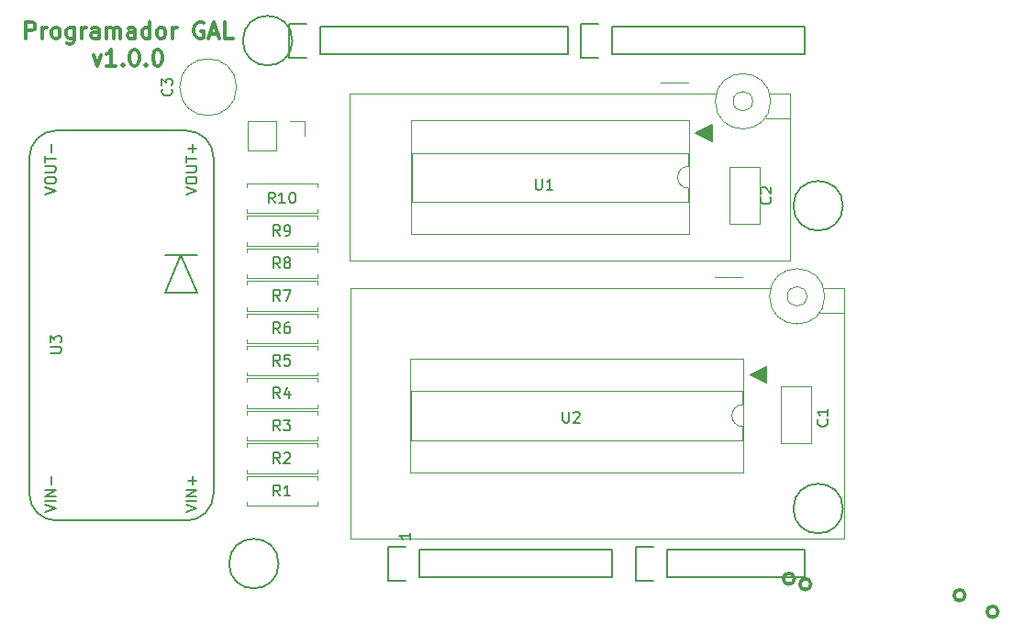
<source format=gbr>
%TF.GenerationSoftware,KiCad,Pcbnew,(5.1.10)-1*%
%TF.CreationDate,2021-11-16T12:00:15-06:00*%
%TF.ProjectId,GAL_Programmer,47414c5f-5072-46f6-9772-616d6d65722e,rev?*%
%TF.SameCoordinates,Original*%
%TF.FileFunction,Legend,Top*%
%TF.FilePolarity,Positive*%
%FSLAX45Y45*%
G04 Gerber Fmt 4.5, Leading zero omitted, Abs format (unit mm)*
G04 Created by KiCad (PCBNEW (5.1.10)-1) date 2021-11-16 12:00:15*
%MOMM*%
%LPD*%
G01*
G04 APERTURE LIST*
%ADD10C,0.100000*%
%ADD11C,0.150000*%
%ADD12C,0.300000*%
%ADD13C,0.120000*%
G04 APERTURE END LIST*
D10*
G36*
X17224800Y-10711500D02*
G01*
X17074800Y-10636500D01*
X17224800Y-10561500D01*
X17224800Y-10711500D01*
G37*
X17224800Y-10711500D02*
X17074800Y-10636500D01*
X17224800Y-10561500D01*
X17224800Y-10711500D01*
G36*
X16724800Y-8486500D02*
G01*
X16574800Y-8411500D01*
X16724800Y-8336500D01*
X16724800Y-8486500D01*
G37*
X16724800Y-8486500D02*
X16574800Y-8411500D01*
X16724800Y-8336500D01*
X16724800Y-8486500D01*
D11*
X16574800Y-8411500D02*
X16724800Y-8336500D01*
X16724800Y-8486500D02*
X16574800Y-8411500D01*
X16724800Y-8336500D02*
X16724800Y-8486500D01*
D12*
X19059200Y-12674900D02*
G75*
G03*
X19059200Y-12674900I-50800J0D01*
G01*
X19364000Y-12827300D02*
G75*
G03*
X19364000Y-12827300I-50800J0D01*
G01*
X17636800Y-12573300D02*
G75*
G03*
X17636800Y-12573300I-50800J0D01*
G01*
X17484400Y-12522500D02*
G75*
G03*
X17484400Y-12522500I-50800J0D01*
G01*
X10394743Y-7535257D02*
X10394743Y-7385257D01*
X10451886Y-7385257D01*
X10466171Y-7392400D01*
X10473314Y-7399543D01*
X10480457Y-7413828D01*
X10480457Y-7435257D01*
X10473314Y-7449543D01*
X10466171Y-7456686D01*
X10451886Y-7463828D01*
X10394743Y-7463828D01*
X10544743Y-7535257D02*
X10544743Y-7435257D01*
X10544743Y-7463828D02*
X10551886Y-7449543D01*
X10559029Y-7442400D01*
X10573314Y-7435257D01*
X10587600Y-7435257D01*
X10659029Y-7535257D02*
X10644743Y-7528114D01*
X10637600Y-7520971D01*
X10630457Y-7506686D01*
X10630457Y-7463828D01*
X10637600Y-7449543D01*
X10644743Y-7442400D01*
X10659029Y-7435257D01*
X10680457Y-7435257D01*
X10694743Y-7442400D01*
X10701886Y-7449543D01*
X10709029Y-7463828D01*
X10709029Y-7506686D01*
X10701886Y-7520971D01*
X10694743Y-7528114D01*
X10680457Y-7535257D01*
X10659029Y-7535257D01*
X10837600Y-7435257D02*
X10837600Y-7556686D01*
X10830457Y-7570971D01*
X10823314Y-7578114D01*
X10809029Y-7585257D01*
X10787600Y-7585257D01*
X10773314Y-7578114D01*
X10837600Y-7528114D02*
X10823314Y-7535257D01*
X10794743Y-7535257D01*
X10780457Y-7528114D01*
X10773314Y-7520971D01*
X10766171Y-7506686D01*
X10766171Y-7463828D01*
X10773314Y-7449543D01*
X10780457Y-7442400D01*
X10794743Y-7435257D01*
X10823314Y-7435257D01*
X10837600Y-7442400D01*
X10909029Y-7535257D02*
X10909029Y-7435257D01*
X10909029Y-7463828D02*
X10916171Y-7449543D01*
X10923314Y-7442400D01*
X10937600Y-7435257D01*
X10951886Y-7435257D01*
X11066171Y-7535257D02*
X11066171Y-7456686D01*
X11059029Y-7442400D01*
X11044743Y-7435257D01*
X11016171Y-7435257D01*
X11001886Y-7442400D01*
X11066171Y-7528114D02*
X11051886Y-7535257D01*
X11016171Y-7535257D01*
X11001886Y-7528114D01*
X10994743Y-7513828D01*
X10994743Y-7499543D01*
X11001886Y-7485257D01*
X11016171Y-7478114D01*
X11051886Y-7478114D01*
X11066171Y-7470971D01*
X11137600Y-7535257D02*
X11137600Y-7435257D01*
X11137600Y-7449543D02*
X11144743Y-7442400D01*
X11159029Y-7435257D01*
X11180457Y-7435257D01*
X11194743Y-7442400D01*
X11201886Y-7456686D01*
X11201886Y-7535257D01*
X11201886Y-7456686D02*
X11209028Y-7442400D01*
X11223314Y-7435257D01*
X11244743Y-7435257D01*
X11259028Y-7442400D01*
X11266171Y-7456686D01*
X11266171Y-7535257D01*
X11401886Y-7535257D02*
X11401886Y-7456686D01*
X11394743Y-7442400D01*
X11380457Y-7435257D01*
X11351886Y-7435257D01*
X11337600Y-7442400D01*
X11401886Y-7528114D02*
X11387600Y-7535257D01*
X11351886Y-7535257D01*
X11337600Y-7528114D01*
X11330457Y-7513828D01*
X11330457Y-7499543D01*
X11337600Y-7485257D01*
X11351886Y-7478114D01*
X11387600Y-7478114D01*
X11401886Y-7470971D01*
X11537600Y-7535257D02*
X11537600Y-7385257D01*
X11537600Y-7528114D02*
X11523314Y-7535257D01*
X11494743Y-7535257D01*
X11480457Y-7528114D01*
X11473314Y-7520971D01*
X11466171Y-7506686D01*
X11466171Y-7463828D01*
X11473314Y-7449543D01*
X11480457Y-7442400D01*
X11494743Y-7435257D01*
X11523314Y-7435257D01*
X11537600Y-7442400D01*
X11630457Y-7535257D02*
X11616171Y-7528114D01*
X11609028Y-7520971D01*
X11601886Y-7506686D01*
X11601886Y-7463828D01*
X11609028Y-7449543D01*
X11616171Y-7442400D01*
X11630457Y-7435257D01*
X11651886Y-7435257D01*
X11666171Y-7442400D01*
X11673314Y-7449543D01*
X11680457Y-7463828D01*
X11680457Y-7506686D01*
X11673314Y-7520971D01*
X11666171Y-7528114D01*
X11651886Y-7535257D01*
X11630457Y-7535257D01*
X11744743Y-7535257D02*
X11744743Y-7435257D01*
X11744743Y-7463828D02*
X11751886Y-7449543D01*
X11759028Y-7442400D01*
X11773314Y-7435257D01*
X11787600Y-7435257D01*
X12030457Y-7392400D02*
X12016171Y-7385257D01*
X11994743Y-7385257D01*
X11973314Y-7392400D01*
X11959028Y-7406686D01*
X11951886Y-7420971D01*
X11944743Y-7449543D01*
X11944743Y-7470971D01*
X11951886Y-7499543D01*
X11959028Y-7513828D01*
X11973314Y-7528114D01*
X11994743Y-7535257D01*
X12009028Y-7535257D01*
X12030457Y-7528114D01*
X12037600Y-7520971D01*
X12037600Y-7470971D01*
X12009028Y-7470971D01*
X12094743Y-7492400D02*
X12166171Y-7492400D01*
X12080457Y-7535257D02*
X12130457Y-7385257D01*
X12180457Y-7535257D01*
X12301886Y-7535257D02*
X12230457Y-7535257D01*
X12230457Y-7385257D01*
X11016171Y-7690257D02*
X11051886Y-7790257D01*
X11087600Y-7690257D01*
X11223314Y-7790257D02*
X11137600Y-7790257D01*
X11180457Y-7790257D02*
X11180457Y-7640257D01*
X11166171Y-7661686D01*
X11151886Y-7675971D01*
X11137600Y-7683114D01*
X11287600Y-7775971D02*
X11294743Y-7783114D01*
X11287600Y-7790257D01*
X11280457Y-7783114D01*
X11287600Y-7775971D01*
X11287600Y-7790257D01*
X11387600Y-7640257D02*
X11401886Y-7640257D01*
X11416171Y-7647400D01*
X11423314Y-7654543D01*
X11430457Y-7668828D01*
X11437600Y-7697400D01*
X11437600Y-7733114D01*
X11430457Y-7761686D01*
X11423314Y-7775971D01*
X11416171Y-7783114D01*
X11401886Y-7790257D01*
X11387600Y-7790257D01*
X11373314Y-7783114D01*
X11366171Y-7775971D01*
X11359028Y-7761686D01*
X11351886Y-7733114D01*
X11351886Y-7697400D01*
X11359028Y-7668828D01*
X11366171Y-7654543D01*
X11373314Y-7647400D01*
X11387600Y-7640257D01*
X11501886Y-7775971D02*
X11509028Y-7783114D01*
X11501886Y-7790257D01*
X11494743Y-7783114D01*
X11501886Y-7775971D01*
X11501886Y-7790257D01*
X11601886Y-7640257D02*
X11616171Y-7640257D01*
X11630457Y-7647400D01*
X11637600Y-7654543D01*
X11644743Y-7668828D01*
X11651886Y-7697400D01*
X11651886Y-7733114D01*
X11644743Y-7761686D01*
X11637600Y-7775971D01*
X11630457Y-7783114D01*
X11616171Y-7790257D01*
X11601886Y-7790257D01*
X11587600Y-7783114D01*
X11580457Y-7775971D01*
X11573314Y-7761686D01*
X11566171Y-7733114D01*
X11566171Y-7697400D01*
X11573314Y-7668828D01*
X11580457Y-7654543D01*
X11587600Y-7647400D01*
X11601886Y-7640257D01*
D11*
X13939038Y-12099928D02*
X13939038Y-12157071D01*
X13939038Y-12128500D02*
X13839038Y-12128500D01*
X13853324Y-12138024D01*
X13862848Y-12147548D01*
X13867609Y-12157071D01*
D13*
%TO.C,C3*%
X12336800Y-7986500D02*
G75*
G03*
X12336800Y-7986500I-262000J0D01*
G01*
D11*
%TO.C,U3*%
X11874800Y-8386500D02*
X10674800Y-8386500D01*
X10674800Y-11986500D02*
X11874800Y-11986500D01*
X12124800Y-11736500D02*
X12124800Y-8636500D01*
X10424800Y-8636500D02*
X10424800Y-11736500D01*
X11824800Y-9536500D02*
X11974800Y-9886500D01*
X11674800Y-9886500D02*
X11824800Y-9536500D01*
X11974800Y-9886500D02*
X11674800Y-9886500D01*
X11974800Y-9536500D02*
X11674800Y-9536500D01*
X12124800Y-8636500D02*
G75*
G03*
X11874800Y-8386500I-250000J0D01*
G01*
X11874800Y-11986500D02*
G75*
G03*
X12124800Y-11736500I0J250000D01*
G01*
X10424800Y-11736500D02*
G75*
G03*
X10674800Y-11986500I250000J0D01*
G01*
X10674800Y-8386500D02*
G75*
G03*
X10424800Y-8636500I0J-250000D01*
G01*
%TO.C,P1*%
X13738800Y-12227500D02*
X13738800Y-12537500D01*
X13893800Y-12227500D02*
X13738800Y-12227500D01*
X14020800Y-12509500D02*
X14020800Y-12255500D01*
X13738800Y-12537500D02*
X13893800Y-12537500D01*
X15798800Y-12255500D02*
X14020800Y-12255500D01*
X15798800Y-12509500D02*
X15798800Y-12255500D01*
X14020800Y-12509500D02*
X15798800Y-12509500D01*
%TO.C,P2*%
X16024800Y-12227500D02*
X16024800Y-12537500D01*
X16179800Y-12227500D02*
X16024800Y-12227500D01*
X16306800Y-12509500D02*
X16306800Y-12255500D01*
X16024800Y-12537500D02*
X16179800Y-12537500D01*
X17576800Y-12255500D02*
X16306800Y-12255500D01*
X17576800Y-12509500D02*
X17576800Y-12255500D01*
X16306800Y-12509500D02*
X17576800Y-12509500D01*
%TO.C,P3*%
X12824400Y-7401500D02*
X12824400Y-7711500D01*
X12979400Y-7401500D02*
X12824400Y-7401500D01*
X13106400Y-7683500D02*
X13106400Y-7429500D01*
X12824400Y-7711500D02*
X12979400Y-7711500D01*
X15392400Y-7429500D02*
X13106400Y-7429500D01*
X15392400Y-7683500D02*
X15392400Y-7429500D01*
X13106400Y-7683500D02*
X15392400Y-7683500D01*
%TO.C,P4*%
X15516800Y-7401500D02*
X15516800Y-7711500D01*
X15671800Y-7401500D02*
X15516800Y-7401500D01*
X15798800Y-7683500D02*
X15798800Y-7429500D01*
X15516800Y-7711500D02*
X15671800Y-7711500D01*
X17576800Y-7429500D02*
X15798800Y-7429500D01*
X17576800Y-7683500D02*
X17576800Y-7429500D01*
X15798800Y-7683500D02*
X17576800Y-7683500D01*
%TO.C,P5*%
X12725400Y-12382500D02*
G75*
G03*
X12725400Y-12382500I-228600J0D01*
G01*
%TO.C,P6*%
X17932400Y-11874500D02*
G75*
G03*
X17932400Y-11874500I-228600J0D01*
G01*
%TO.C,P7*%
X12852400Y-7556500D02*
G75*
G03*
X12852400Y-7556500I-228600J0D01*
G01*
%TO.C,P8*%
X17932400Y-9080500D02*
G75*
G03*
X17932400Y-9080500I-228600J0D01*
G01*
D13*
%TO.C,R1*%
X13082800Y-11815500D02*
X13082800Y-11848500D01*
X13082800Y-11848500D02*
X12428800Y-11848500D01*
X12428800Y-11848500D02*
X12428800Y-11815500D01*
X13082800Y-11607500D02*
X13082800Y-11574500D01*
X13082800Y-11574500D02*
X12428800Y-11574500D01*
X12428800Y-11574500D02*
X12428800Y-11607500D01*
%TO.C,R2*%
X12428800Y-11274500D02*
X12428800Y-11307500D01*
X13082800Y-11274500D02*
X12428800Y-11274500D01*
X13082800Y-11307500D02*
X13082800Y-11274500D01*
X12428800Y-11548500D02*
X12428800Y-11515500D01*
X13082800Y-11548500D02*
X12428800Y-11548500D01*
X13082800Y-11515500D02*
X13082800Y-11548500D01*
%TO.C,R3*%
X13082800Y-11215500D02*
X13082800Y-11248500D01*
X13082800Y-11248500D02*
X12428800Y-11248500D01*
X12428800Y-11248500D02*
X12428800Y-11215500D01*
X13082800Y-11007500D02*
X13082800Y-10974500D01*
X13082800Y-10974500D02*
X12428800Y-10974500D01*
X12428800Y-10974500D02*
X12428800Y-11007500D01*
%TO.C,R4*%
X12428800Y-10674500D02*
X12428800Y-10707500D01*
X13082800Y-10674500D02*
X12428800Y-10674500D01*
X13082800Y-10707500D02*
X13082800Y-10674500D01*
X12428800Y-10948500D02*
X12428800Y-10915500D01*
X13082800Y-10948500D02*
X12428800Y-10948500D01*
X13082800Y-10915500D02*
X13082800Y-10948500D01*
%TO.C,R5*%
X13082800Y-10615500D02*
X13082800Y-10648500D01*
X13082800Y-10648500D02*
X12428800Y-10648500D01*
X12428800Y-10648500D02*
X12428800Y-10615500D01*
X13082800Y-10407500D02*
X13082800Y-10374500D01*
X13082800Y-10374500D02*
X12428800Y-10374500D01*
X12428800Y-10374500D02*
X12428800Y-10407500D01*
%TO.C,R6*%
X12428800Y-10074500D02*
X12428800Y-10107500D01*
X13082800Y-10074500D02*
X12428800Y-10074500D01*
X13082800Y-10107500D02*
X13082800Y-10074500D01*
X12428800Y-10348500D02*
X12428800Y-10315500D01*
X13082800Y-10348500D02*
X12428800Y-10348500D01*
X13082800Y-10315500D02*
X13082800Y-10348500D01*
%TO.C,R7*%
X13082800Y-10015500D02*
X13082800Y-10048500D01*
X13082800Y-10048500D02*
X12428800Y-10048500D01*
X12428800Y-10048500D02*
X12428800Y-10015500D01*
X13082800Y-9807500D02*
X13082800Y-9774500D01*
X13082800Y-9774500D02*
X12428800Y-9774500D01*
X12428800Y-9774500D02*
X12428800Y-9807500D01*
%TO.C,R8*%
X12428800Y-9474500D02*
X12428800Y-9507500D01*
X13082800Y-9474500D02*
X12428800Y-9474500D01*
X13082800Y-9507500D02*
X13082800Y-9474500D01*
X12428800Y-9748500D02*
X12428800Y-9715500D01*
X13082800Y-9748500D02*
X12428800Y-9748500D01*
X13082800Y-9715500D02*
X13082800Y-9748500D01*
%TO.C,R9*%
X13082800Y-9415500D02*
X13082800Y-9448500D01*
X13082800Y-9448500D02*
X12428800Y-9448500D01*
X12428800Y-9448500D02*
X12428800Y-9415500D01*
X13082800Y-9207500D02*
X13082800Y-9174500D01*
X13082800Y-9174500D02*
X12428800Y-9174500D01*
X12428800Y-9174500D02*
X12428800Y-9207500D01*
%TO.C,R10*%
X13082800Y-9148500D02*
X13082800Y-9115500D01*
X12428800Y-9148500D02*
X13082800Y-9148500D01*
X12428800Y-9115500D02*
X12428800Y-9148500D01*
X13082800Y-8874500D02*
X13082800Y-8907500D01*
X12428800Y-8874500D02*
X13082800Y-8874500D01*
X12428800Y-8907500D02*
X12428800Y-8874500D01*
%TO.C,U1*%
X16513800Y-9342500D02*
X16513800Y-8292500D01*
X13949800Y-9342500D02*
X16513800Y-9342500D01*
X13949800Y-8292500D02*
X13949800Y-9342500D01*
X16513800Y-8292500D02*
X13949800Y-8292500D01*
X16507800Y-9042500D02*
X16507800Y-8917500D01*
X13955800Y-9042500D02*
X16507800Y-9042500D01*
X13955800Y-8592500D02*
X13955800Y-9042500D01*
X16507800Y-8592500D02*
X13955800Y-8592500D01*
X16507800Y-8717500D02*
X16507800Y-8592500D01*
X16507800Y-8917500D02*
G75*
G02*
X16507800Y-8717500I0J100000D01*
G01*
%TO.C,U2*%
X17013800Y-11542500D02*
X17013800Y-10492500D01*
X13941800Y-11542500D02*
X17013800Y-11542500D01*
X13941800Y-10492500D02*
X13941800Y-11542500D01*
X17013800Y-10492500D02*
X13941800Y-10492500D01*
X17007800Y-11242500D02*
X17007800Y-11117500D01*
X13947800Y-11242500D02*
X17007800Y-11242500D01*
X13947800Y-10792500D02*
X13947800Y-11242500D01*
X17007800Y-10792500D02*
X13947800Y-10792500D01*
X17007800Y-10917500D02*
X17007800Y-10792500D01*
X17007800Y-11117500D02*
G75*
G02*
X17007800Y-10917500I0J100000D01*
G01*
%TO.C,C1*%
X17362800Y-10749500D02*
X17636800Y-10749500D01*
X17362800Y-11273500D02*
X17636800Y-11273500D01*
X17636800Y-11273500D02*
X17636800Y-10749500D01*
X17362800Y-11273500D02*
X17362800Y-10749500D01*
%TO.C,C2*%
X16887800Y-9248500D02*
X16887800Y-8724500D01*
X17161800Y-9248500D02*
X17161800Y-8724500D01*
X16887800Y-9248500D02*
X17161800Y-9248500D01*
X16887800Y-8724500D02*
X17161800Y-8724500D01*
%TO.C,J1*%
X12961800Y-8303500D02*
X12961800Y-8436500D01*
X12828800Y-8303500D02*
X12961800Y-8303500D01*
X12701800Y-8303500D02*
X12701800Y-8569500D01*
X12701800Y-8569500D02*
X12441800Y-8569500D01*
X12701800Y-8303500D02*
X12441800Y-8303500D01*
X12441800Y-8303500D02*
X12441800Y-8569500D01*
%TO.C,U4*%
X16247800Y-7941500D02*
X16501800Y-7941500D01*
X17440800Y-8271500D02*
X17214800Y-8271500D01*
X17440800Y-8047500D02*
X17254800Y-8047500D01*
X17440800Y-9587500D02*
X17440800Y-8047500D01*
X13380800Y-9587500D02*
X17440800Y-9587500D01*
X13380800Y-8047500D02*
X13380800Y-9587500D01*
X16764800Y-8047500D02*
X13380800Y-8047500D01*
X17099800Y-8116500D02*
G75*
G03*
X17099800Y-8116500I-90000J0D01*
G01*
X17264800Y-8116500D02*
G75*
G03*
X17264800Y-8116500I-255000J0D01*
G01*
%TO.C,U5*%
X16747800Y-9741500D02*
X17001800Y-9741500D01*
X17940800Y-10071500D02*
X17714800Y-10071500D01*
X17940800Y-9843500D02*
X17754800Y-9843500D01*
X17940800Y-12153500D02*
X17940800Y-9843500D01*
X13390800Y-12153500D02*
X17940800Y-12153500D01*
X13390800Y-9843500D02*
X13390800Y-12153500D01*
X17264800Y-9843500D02*
X13390800Y-9843500D01*
X17599800Y-9916500D02*
G75*
G03*
X17599800Y-9916500I-90000J0D01*
G01*
X17764800Y-9916500D02*
G75*
G03*
X17764800Y-9916500I-255000J0D01*
G01*
%TO.C,C3*%
D11*
X11735514Y-8003167D02*
X11740276Y-8007928D01*
X11745038Y-8022214D01*
X11745038Y-8031738D01*
X11740276Y-8046024D01*
X11730752Y-8055548D01*
X11721228Y-8060309D01*
X11702181Y-8065071D01*
X11687895Y-8065071D01*
X11668848Y-8060309D01*
X11659324Y-8055548D01*
X11649800Y-8046024D01*
X11645038Y-8031738D01*
X11645038Y-8022214D01*
X11649800Y-8007928D01*
X11654562Y-8003167D01*
X11645038Y-7969833D02*
X11645038Y-7907928D01*
X11683133Y-7941262D01*
X11683133Y-7926976D01*
X11687895Y-7917452D01*
X11692657Y-7912690D01*
X11702181Y-7907928D01*
X11725990Y-7907928D01*
X11735514Y-7912690D01*
X11740276Y-7917452D01*
X11745038Y-7926976D01*
X11745038Y-7955548D01*
X11740276Y-7965071D01*
X11735514Y-7969833D01*
%TO.C,U3*%
X10620038Y-10437690D02*
X10700990Y-10437690D01*
X10710514Y-10432929D01*
X10715276Y-10428167D01*
X10720038Y-10418643D01*
X10720038Y-10399595D01*
X10715276Y-10390071D01*
X10710514Y-10385310D01*
X10700990Y-10380548D01*
X10620038Y-10380548D01*
X10620038Y-10342452D02*
X10620038Y-10280548D01*
X10658133Y-10313881D01*
X10658133Y-10299595D01*
X10662895Y-10290071D01*
X10667657Y-10285310D01*
X10677181Y-10280548D01*
X10700990Y-10280548D01*
X10710514Y-10285310D01*
X10715276Y-10290071D01*
X10720038Y-10299595D01*
X10720038Y-10328167D01*
X10715276Y-10337690D01*
X10710514Y-10342452D01*
X10570038Y-8974595D02*
X10670038Y-8941262D01*
X10570038Y-8907929D01*
X10570038Y-8855548D02*
X10570038Y-8836500D01*
X10574800Y-8826976D01*
X10584324Y-8817452D01*
X10603371Y-8812690D01*
X10636705Y-8812690D01*
X10655752Y-8817452D01*
X10665276Y-8826976D01*
X10670038Y-8836500D01*
X10670038Y-8855548D01*
X10665276Y-8865071D01*
X10655752Y-8874595D01*
X10636705Y-8879357D01*
X10603371Y-8879357D01*
X10584324Y-8874595D01*
X10574800Y-8865071D01*
X10570038Y-8855548D01*
X10570038Y-8769833D02*
X10650990Y-8769833D01*
X10660514Y-8765071D01*
X10665276Y-8760310D01*
X10670038Y-8750786D01*
X10670038Y-8731738D01*
X10665276Y-8722214D01*
X10660514Y-8717452D01*
X10650990Y-8712690D01*
X10570038Y-8712690D01*
X10570038Y-8679357D02*
X10570038Y-8622214D01*
X10670038Y-8650786D02*
X10570038Y-8650786D01*
X10631943Y-8588881D02*
X10631943Y-8512690D01*
X11870038Y-11907928D02*
X11970038Y-11874595D01*
X11870038Y-11841262D01*
X11970038Y-11807928D02*
X11870038Y-11807928D01*
X11970038Y-11760309D02*
X11870038Y-11760309D01*
X11970038Y-11703167D01*
X11870038Y-11703167D01*
X11931943Y-11655548D02*
X11931943Y-11579357D01*
X11970038Y-11617452D02*
X11893848Y-11617452D01*
X10570038Y-11907928D02*
X10670038Y-11874595D01*
X10570038Y-11841262D01*
X10670038Y-11807928D02*
X10570038Y-11807928D01*
X10670038Y-11760309D02*
X10570038Y-11760309D01*
X10670038Y-11703167D01*
X10570038Y-11703167D01*
X10631943Y-11655548D02*
X10631943Y-11579357D01*
X11870038Y-8974595D02*
X11970038Y-8941262D01*
X11870038Y-8907929D01*
X11870038Y-8855548D02*
X11870038Y-8836500D01*
X11874800Y-8826976D01*
X11884324Y-8817452D01*
X11903371Y-8812690D01*
X11936705Y-8812690D01*
X11955752Y-8817452D01*
X11965276Y-8826976D01*
X11970038Y-8836500D01*
X11970038Y-8855548D01*
X11965276Y-8865071D01*
X11955752Y-8874595D01*
X11936705Y-8879357D01*
X11903371Y-8879357D01*
X11884324Y-8874595D01*
X11874800Y-8865071D01*
X11870038Y-8855548D01*
X11870038Y-8769833D02*
X11950990Y-8769833D01*
X11960514Y-8765071D01*
X11965276Y-8760310D01*
X11970038Y-8750786D01*
X11970038Y-8731738D01*
X11965276Y-8722214D01*
X11960514Y-8717452D01*
X11950990Y-8712690D01*
X11870038Y-8712690D01*
X11870038Y-8679357D02*
X11870038Y-8622214D01*
X11970038Y-8650786D02*
X11870038Y-8650786D01*
X11931943Y-8588881D02*
X11931943Y-8512690D01*
X11970038Y-8550786D02*
X11893848Y-8550786D01*
%TO.C,R1*%
X12739133Y-11756738D02*
X12705800Y-11709119D01*
X12681990Y-11756738D02*
X12681990Y-11656738D01*
X12720086Y-11656738D01*
X12729609Y-11661500D01*
X12734371Y-11666262D01*
X12739133Y-11675786D01*
X12739133Y-11690071D01*
X12734371Y-11699595D01*
X12729609Y-11704357D01*
X12720086Y-11709119D01*
X12681990Y-11709119D01*
X12834371Y-11756738D02*
X12777228Y-11756738D01*
X12805800Y-11756738D02*
X12805800Y-11656738D01*
X12796276Y-11671024D01*
X12786752Y-11680548D01*
X12777228Y-11685309D01*
%TO.C,R2*%
X12739133Y-11456738D02*
X12705800Y-11409119D01*
X12681990Y-11456738D02*
X12681990Y-11356738D01*
X12720086Y-11356738D01*
X12729609Y-11361500D01*
X12734371Y-11366262D01*
X12739133Y-11375786D01*
X12739133Y-11390071D01*
X12734371Y-11399595D01*
X12729609Y-11404357D01*
X12720086Y-11409119D01*
X12681990Y-11409119D01*
X12777228Y-11366262D02*
X12781990Y-11361500D01*
X12791514Y-11356738D01*
X12815324Y-11356738D01*
X12824848Y-11361500D01*
X12829609Y-11366262D01*
X12834371Y-11375786D01*
X12834371Y-11385309D01*
X12829609Y-11399595D01*
X12772467Y-11456738D01*
X12834371Y-11456738D01*
%TO.C,R3*%
X12739133Y-11156738D02*
X12705800Y-11109119D01*
X12681990Y-11156738D02*
X12681990Y-11056738D01*
X12720086Y-11056738D01*
X12729609Y-11061500D01*
X12734371Y-11066262D01*
X12739133Y-11075786D01*
X12739133Y-11090071D01*
X12734371Y-11099595D01*
X12729609Y-11104357D01*
X12720086Y-11109119D01*
X12681990Y-11109119D01*
X12772467Y-11056738D02*
X12834371Y-11056738D01*
X12801038Y-11094833D01*
X12815324Y-11094833D01*
X12824848Y-11099595D01*
X12829609Y-11104357D01*
X12834371Y-11113881D01*
X12834371Y-11137690D01*
X12829609Y-11147214D01*
X12824848Y-11151976D01*
X12815324Y-11156738D01*
X12786752Y-11156738D01*
X12777228Y-11151976D01*
X12772467Y-11147214D01*
%TO.C,R4*%
X12739133Y-10856738D02*
X12705800Y-10809119D01*
X12681990Y-10856738D02*
X12681990Y-10756738D01*
X12720086Y-10756738D01*
X12729609Y-10761500D01*
X12734371Y-10766262D01*
X12739133Y-10775786D01*
X12739133Y-10790071D01*
X12734371Y-10799595D01*
X12729609Y-10804357D01*
X12720086Y-10809119D01*
X12681990Y-10809119D01*
X12824848Y-10790071D02*
X12824848Y-10856738D01*
X12801038Y-10751976D02*
X12777228Y-10823405D01*
X12839133Y-10823405D01*
%TO.C,R5*%
X12739133Y-10556738D02*
X12705800Y-10509119D01*
X12681990Y-10556738D02*
X12681990Y-10456738D01*
X12720086Y-10456738D01*
X12729609Y-10461500D01*
X12734371Y-10466262D01*
X12739133Y-10475786D01*
X12739133Y-10490071D01*
X12734371Y-10499595D01*
X12729609Y-10504357D01*
X12720086Y-10509119D01*
X12681990Y-10509119D01*
X12829609Y-10456738D02*
X12781990Y-10456738D01*
X12777228Y-10504357D01*
X12781990Y-10499595D01*
X12791514Y-10494833D01*
X12815324Y-10494833D01*
X12824848Y-10499595D01*
X12829609Y-10504357D01*
X12834371Y-10513881D01*
X12834371Y-10537690D01*
X12829609Y-10547214D01*
X12824848Y-10551976D01*
X12815324Y-10556738D01*
X12791514Y-10556738D01*
X12781990Y-10551976D01*
X12777228Y-10547214D01*
%TO.C,R6*%
X12739133Y-10256738D02*
X12705800Y-10209119D01*
X12681990Y-10256738D02*
X12681990Y-10156738D01*
X12720086Y-10156738D01*
X12729609Y-10161500D01*
X12734371Y-10166262D01*
X12739133Y-10175786D01*
X12739133Y-10190071D01*
X12734371Y-10199595D01*
X12729609Y-10204357D01*
X12720086Y-10209119D01*
X12681990Y-10209119D01*
X12824848Y-10156738D02*
X12805800Y-10156738D01*
X12796276Y-10161500D01*
X12791514Y-10166262D01*
X12781990Y-10180548D01*
X12777228Y-10199595D01*
X12777228Y-10237690D01*
X12781990Y-10247214D01*
X12786752Y-10251976D01*
X12796276Y-10256738D01*
X12815324Y-10256738D01*
X12824848Y-10251976D01*
X12829609Y-10247214D01*
X12834371Y-10237690D01*
X12834371Y-10213881D01*
X12829609Y-10204357D01*
X12824848Y-10199595D01*
X12815324Y-10194833D01*
X12796276Y-10194833D01*
X12786752Y-10199595D01*
X12781990Y-10204357D01*
X12777228Y-10213881D01*
%TO.C,R7*%
X12739133Y-9956738D02*
X12705800Y-9909119D01*
X12681990Y-9956738D02*
X12681990Y-9856738D01*
X12720086Y-9856738D01*
X12729609Y-9861500D01*
X12734371Y-9866262D01*
X12739133Y-9875786D01*
X12739133Y-9890071D01*
X12734371Y-9899595D01*
X12729609Y-9904357D01*
X12720086Y-9909119D01*
X12681990Y-9909119D01*
X12772467Y-9856738D02*
X12839133Y-9856738D01*
X12796276Y-9956738D01*
%TO.C,R8*%
X12739133Y-9656738D02*
X12705800Y-9609119D01*
X12681990Y-9656738D02*
X12681990Y-9556738D01*
X12720086Y-9556738D01*
X12729609Y-9561500D01*
X12734371Y-9566262D01*
X12739133Y-9575786D01*
X12739133Y-9590071D01*
X12734371Y-9599595D01*
X12729609Y-9604357D01*
X12720086Y-9609119D01*
X12681990Y-9609119D01*
X12796276Y-9599595D02*
X12786752Y-9594833D01*
X12781990Y-9590071D01*
X12777228Y-9580548D01*
X12777228Y-9575786D01*
X12781990Y-9566262D01*
X12786752Y-9561500D01*
X12796276Y-9556738D01*
X12815324Y-9556738D01*
X12824848Y-9561500D01*
X12829609Y-9566262D01*
X12834371Y-9575786D01*
X12834371Y-9580548D01*
X12829609Y-9590071D01*
X12824848Y-9594833D01*
X12815324Y-9599595D01*
X12796276Y-9599595D01*
X12786752Y-9604357D01*
X12781990Y-9609119D01*
X12777228Y-9618643D01*
X12777228Y-9637690D01*
X12781990Y-9647214D01*
X12786752Y-9651976D01*
X12796276Y-9656738D01*
X12815324Y-9656738D01*
X12824848Y-9651976D01*
X12829609Y-9647214D01*
X12834371Y-9637690D01*
X12834371Y-9618643D01*
X12829609Y-9609119D01*
X12824848Y-9604357D01*
X12815324Y-9599595D01*
%TO.C,R9*%
X12739133Y-9356738D02*
X12705800Y-9309119D01*
X12681990Y-9356738D02*
X12681990Y-9256738D01*
X12720086Y-9256738D01*
X12729609Y-9261500D01*
X12734371Y-9266262D01*
X12739133Y-9275786D01*
X12739133Y-9290071D01*
X12734371Y-9299595D01*
X12729609Y-9304357D01*
X12720086Y-9309119D01*
X12681990Y-9309119D01*
X12786752Y-9356738D02*
X12805800Y-9356738D01*
X12815324Y-9351976D01*
X12820086Y-9347214D01*
X12829609Y-9332929D01*
X12834371Y-9313881D01*
X12834371Y-9275786D01*
X12829609Y-9266262D01*
X12824848Y-9261500D01*
X12815324Y-9256738D01*
X12796276Y-9256738D01*
X12786752Y-9261500D01*
X12781990Y-9266262D01*
X12777228Y-9275786D01*
X12777228Y-9299595D01*
X12781990Y-9309119D01*
X12786752Y-9313881D01*
X12796276Y-9318643D01*
X12815324Y-9318643D01*
X12824848Y-9313881D01*
X12829609Y-9309119D01*
X12834371Y-9299595D01*
%TO.C,R10*%
X12691514Y-9056738D02*
X12658181Y-9009119D01*
X12634371Y-9056738D02*
X12634371Y-8956738D01*
X12672467Y-8956738D01*
X12681990Y-8961500D01*
X12686752Y-8966262D01*
X12691514Y-8975786D01*
X12691514Y-8990071D01*
X12686752Y-8999595D01*
X12681990Y-9004357D01*
X12672467Y-9009119D01*
X12634371Y-9009119D01*
X12786752Y-9056738D02*
X12729609Y-9056738D01*
X12758181Y-9056738D02*
X12758181Y-8956738D01*
X12748657Y-8971024D01*
X12739133Y-8980548D01*
X12729609Y-8985310D01*
X12848657Y-8956738D02*
X12858181Y-8956738D01*
X12867705Y-8961500D01*
X12872467Y-8966262D01*
X12877228Y-8975786D01*
X12881990Y-8994833D01*
X12881990Y-9018643D01*
X12877228Y-9037690D01*
X12872467Y-9047214D01*
X12867705Y-9051976D01*
X12858181Y-9056738D01*
X12848657Y-9056738D01*
X12839133Y-9051976D01*
X12834371Y-9047214D01*
X12829609Y-9037690D01*
X12824848Y-9018643D01*
X12824848Y-8994833D01*
X12829609Y-8975786D01*
X12834371Y-8966262D01*
X12839133Y-8961500D01*
X12848657Y-8956738D01*
%TO.C,U1*%
X15098609Y-8831738D02*
X15098609Y-8912690D01*
X15103371Y-8922214D01*
X15108133Y-8926976D01*
X15117657Y-8931738D01*
X15136705Y-8931738D01*
X15146228Y-8926976D01*
X15150990Y-8922214D01*
X15155752Y-8912690D01*
X15155752Y-8831738D01*
X15255752Y-8931738D02*
X15198609Y-8931738D01*
X15227181Y-8931738D02*
X15227181Y-8831738D01*
X15217657Y-8846024D01*
X15208133Y-8855548D01*
X15198609Y-8860310D01*
%TO.C,U2*%
X15348609Y-10981738D02*
X15348609Y-11062690D01*
X15353371Y-11072214D01*
X15358133Y-11076976D01*
X15367657Y-11081738D01*
X15386705Y-11081738D01*
X15396228Y-11076976D01*
X15400990Y-11072214D01*
X15405752Y-11062690D01*
X15405752Y-10981738D01*
X15448609Y-10991262D02*
X15453371Y-10986500D01*
X15462895Y-10981738D01*
X15486705Y-10981738D01*
X15496228Y-10986500D01*
X15500990Y-10991262D01*
X15505752Y-11000786D01*
X15505752Y-11010310D01*
X15500990Y-11024595D01*
X15443848Y-11081738D01*
X15505752Y-11081738D01*
%TO.C,C1*%
X17785514Y-11053167D02*
X17790276Y-11057929D01*
X17795038Y-11072214D01*
X17795038Y-11081738D01*
X17790276Y-11096024D01*
X17780752Y-11105548D01*
X17771229Y-11110310D01*
X17752181Y-11115071D01*
X17737895Y-11115071D01*
X17718848Y-11110310D01*
X17709324Y-11105548D01*
X17699800Y-11096024D01*
X17695038Y-11081738D01*
X17695038Y-11072214D01*
X17699800Y-11057929D01*
X17704562Y-11053167D01*
X17795038Y-10957929D02*
X17795038Y-11015071D01*
X17795038Y-10986500D02*
X17695038Y-10986500D01*
X17709324Y-10996024D01*
X17718848Y-11005548D01*
X17723610Y-11015071D01*
%TO.C,C2*%
X17260514Y-9003167D02*
X17265276Y-9007929D01*
X17270038Y-9022214D01*
X17270038Y-9031738D01*
X17265276Y-9046024D01*
X17255752Y-9055548D01*
X17246229Y-9060310D01*
X17227181Y-9065071D01*
X17212895Y-9065071D01*
X17193848Y-9060310D01*
X17184324Y-9055548D01*
X17174800Y-9046024D01*
X17170038Y-9031738D01*
X17170038Y-9022214D01*
X17174800Y-9007929D01*
X17179562Y-9003167D01*
X17179562Y-8965071D02*
X17174800Y-8960310D01*
X17170038Y-8950786D01*
X17170038Y-8926976D01*
X17174800Y-8917452D01*
X17179562Y-8912690D01*
X17189086Y-8907929D01*
X17198610Y-8907929D01*
X17212895Y-8912690D01*
X17270038Y-8969833D01*
X17270038Y-8907929D01*
%TD*%
M02*

</source>
